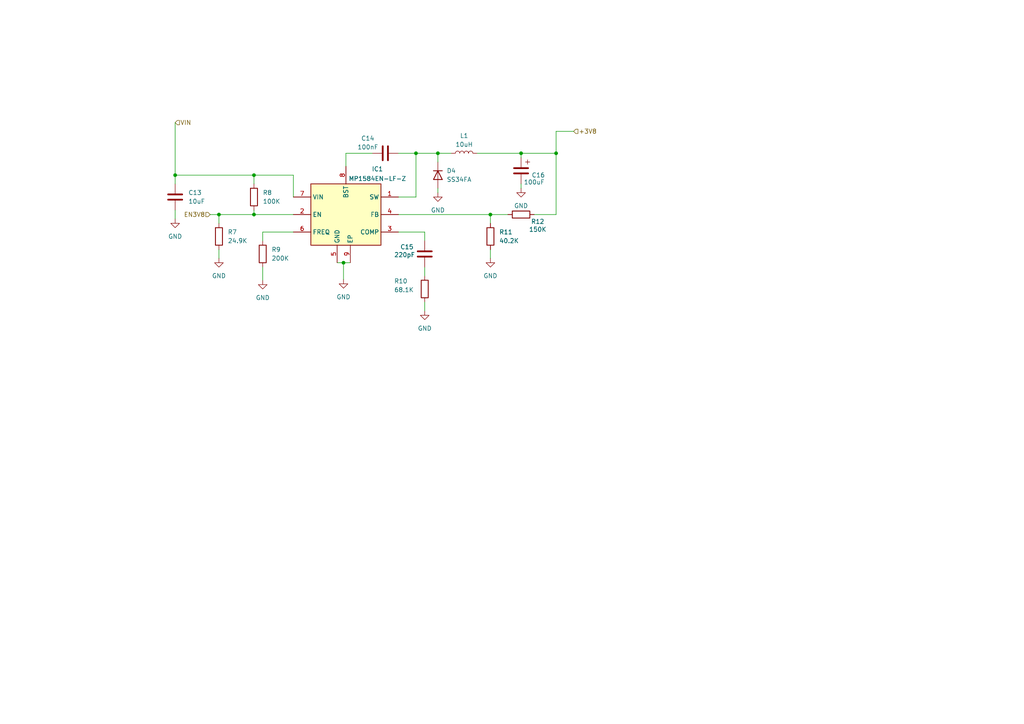
<source format=kicad_sch>
(kicad_sch (version 20250114) (generator "eeschema") (generator_version "9.0")
  (paper "A4")
  (lib_symbols
    (symbol "C_1" (pin_numbers (hide yes)) (pin_names (offset 0.254))
      (property "Reference" "C6" (at 4.318 0.254 0))
      (property "Value" "22uF 6.3V" (at 0.762 -3.302 0))
      (symbol "C_1_0_1"
        (polyline (pts (xy -2.032 0.762) (xy 2.032 0.762)) (stroke (width 0.508)))
        (polyline (pts (xy -2.032 -0.762) (xy 2.032 -0.762)) (stroke (width 0.508)))
        (polyline (pts (xy 1.27 2.54) (xy 2.54 2.54)))
        (polyline (pts (xy 1.8807 3.1826) (xy 1.8807 1.8961)))
      )
      (symbol "C_1_1_1"
        (pin passive line (at 0 3.81 270) (length 2.794) (name "~") (number "1"))
        (pin passive line (at 0 -3.81 90) (length 2.794) (name "~") (number "2"))
      )
    )
    (symbol "Device:C" (pin_numbers (hide yes)) (pin_names (offset 0.254))
      (property "Reference" "C" (at 0.635 2.54 0))
      (property "Value" "C" (at 0.635 -2.54 0))
      (symbol "C_0_1"
        (polyline (pts (xy -2.032 0.762) (xy 2.032 0.762)) (stroke (width 0.508)))
        (polyline (pts (xy -2.032 -0.762) (xy 2.032 -0.762)) (stroke (width 0.508)))
      )
      (symbol "C_1_1"
        (pin passive line (at 0 3.81 270) (length 2.794) (name "~") (number "1"))
        (pin passive line (at 0 -3.81 90) (length 2.794) (name "~") (number "2"))
      )
    )
    (symbol "Device:D" (pin_numbers (hide yes)) (pin_names (offset 1.016) (hide yes))
      (property "Reference" "D1" (at -1.2701 2.54 90))
      (property "Value" "ESDM3051" (at 1.2699 2.54 90))
      (symbol "D_0_1"
        (polyline (pts (xy -1.27 1.27) (xy -1.27 -1.27)) (stroke (width 0.254)))
        (polyline (pts (xy 1.27 1.27) (xy 1.27 -1.27) (xy -1.27 0) (xy 1.27 1.27)) (stroke (width 0.254)))
        (polyline (pts (xy 1.27 0) (xy -1.27 0)))
      )
      (symbol "D_1_1"
        (pin passive line (at -3.81 0 0) (length 2.54) (name "K") (number "1"))
        (pin passive line (at 3.81 0 180) (length 2.54) (name "A") (number "2"))
      )
    )
    (symbol "Device:L" (pin_numbers (hide yes)) (pin_names (offset 1.016) (hide yes))
      (property "Reference" "L" (at -1.27 0 90))
      (property "Value" "L" (at 1.905 0 90))
      (symbol "L_0_1"
        (arc (start 0 2.54) (mid 0.6323 1.905) (end 0 1.27))
        (arc (start 0 1.27) (mid 0.6323 0.635) (end 0 0))
        (arc (start 0 0) (mid 0.6323 -0.635) (end 0 -1.27))
        (arc (start 0 -1.27) (mid 0.6323 -1.905) (end 0 -2.54))
      )
      (symbol "L_1_1"
        (pin passive line (at 0 3.81 270) (length 1.27) (name "1") (number "1"))
        (pin passive line (at 0 -3.81 90) (length 1.27) (name "2") (number "2"))
      )
    )
    (symbol "Device:R" (pin_numbers (hide yes)) (pin_names (offset 0))
      (property "Reference" "R" (at 2.032 0 90))
      (property "Value" "R" (at 0 0 90))
      (symbol "R_0_1"
        (rectangle (start -1.016 -2.54) (end 1.016 2.54) (stroke (width 0.254)))
      )
      (symbol "R_1_1"
        (pin passive line (at 0 3.81 270) (length 1.27) (name "~") (number "1"))
        (pin passive line (at 0 -3.81 90) (length 1.27) (name "~") (number "2"))
      )
    )
    (symbol "MP1584EN:MP1584EN"
      (property "Reference" "IC?" (at 15.24 -5.08 0))
      (property "Value" "MP1584EN" (at 14.732 -7.366 0))
      (symbol "MP1584EN_1_1"
        (rectangle (start 5.08 2.54) (end 25.4 -15.24) (stroke (width 0.254)) (fill (type background)))
        (pin passive line (at 0 -1.27 0) (length 5.08) (name "VIN") (number "7"))
        (pin passive line (at 0 -6.35 0) (length 5.08) (name "EN") (number "2"))
        (pin passive line (at 0 -11.43 0) (length 5.08) (name "FREQ") (number "6"))
        (pin passive line (at 12.7 -20.32 90) (length 5.08) (name "GND") (number "5"))
        (pin passive line (at 15.24 7.62 270) (length 5.08) (name "BST") (number "8"))
        (pin passive line (at 16.51 -20.32 90) (length 5.08) (name "EP") (number "9"))
        (pin passive line (at 30.48 -1.27 180) (length 5.08) (name "SW") (number "1"))
        (pin passive line (at 30.48 -6.35 180) (length 5.08) (name "FB") (number "4"))
        (pin passive line (at 30.48 -11.43 180) (length 5.08) (name "COMP") (number "3"))
      )
    )
    (symbol "power:GND" (power) (pin_names (offset 0))
      (property "Value" "GND" (at 0 -3.81 0))
      (symbol "GND_0_1"
        (polyline (pts (xy 0 0) (xy 0 -1.27) (xy 1.27 -1.27) (xy 0 -2.54) (xy -1.27 -1.27) (xy 0 -1.27)))
      )
      (symbol "GND_1_1"
        (pin power_in line (at 0 0 270) (length 0) (hide yes) (name "GND") (number "1"))
      )
    )
  )
  (junction (at 73.66 62.23))
  (junction (at 120.65 44.45))
  (junction (at 73.66 50.8))
  (junction (at 161.29 44.45))
  (junction (at 99.6292 76.2))
  (junction (at 63.5 62.23))
  (junction (at 50.8 50.8))
  (junction (at 142.24 62.23))
  (junction (at 127 44.45))
  (junction (at 151.13 44.45))
  (wire (pts (xy 120.65 57.15) (xy 115.57 57.15)))
  (wire (pts (xy 73.66 50.8) (xy 85.09 50.8)))
  (wire (pts (xy 99.6292 76.2) (xy 101.6 76.2)))
  (wire (pts (xy 127 54.61) (xy 127 55.88)))
  (wire (pts (xy 50.8 35.56) (xy 50.8 50.8)))
  (wire (pts (xy 151.13 44.45) (xy 138.43 44.45)))
  (wire (pts (xy 127 44.45) (xy 127 46.99)))
  (wire (pts (xy 166.37 38.1) (xy 161.29 38.1)))
  (wire (pts (xy 85.09 57.15) (xy 85.09 50.8)))
  (wire (pts (xy 100.33 48.26) (xy 100.33 44.45)))
  (wire (pts (xy 60.96 62.23) (xy 63.5 62.23)))
  (wire (pts (xy 142.24 62.23) (xy 147.32 62.23)))
  (wire (pts (xy 123.19 69.85) (xy 123.19 67.31)))
  (wire (pts (xy 97.79 76.2) (xy 99.6292 76.2)))
  (wire (pts (xy 99.6292 76.2) (xy 99.6292 81.0556)))
  (wire (pts (xy 130.81 44.45) (xy 127 44.45)))
  (wire (pts (xy 85.09 67.31) (xy 76.2 67.31)))
  (wire (pts (xy 63.5 64.77) (xy 63.5 62.23)))
  (wire (pts (xy 63.5 72.39) (xy 63.5 74.93)))
  (wire (pts (xy 73.66 50.8) (xy 73.66 53.34)))
  (wire (pts (xy 50.8 60.96) (xy 50.8 63.5)))
  (wire (pts (xy 142.24 62.23) (xy 115.57 62.23)))
  (wire (pts (xy 127 44.45) (xy 120.65 44.45)))
  (wire (pts (xy 50.8 50.8) (xy 50.8 53.34)))
  (wire (pts (xy 123.19 77.47) (xy 123.19 80.01)))
  (wire (pts (xy 161.29 44.45) (xy 151.13 44.45)))
  (wire (pts (xy 123.19 67.31) (xy 115.57 67.31)))
  (wire (pts (xy 151.13 44.45) (xy 151.13 45.72)))
  (wire (pts (xy 154.94 62.23) (xy 161.29 62.23)))
  (wire (pts (xy 123.19 87.63) (xy 123.19 90.17)))
  (wire (pts (xy 115.57 44.45) (xy 120.65 44.45)))
  (wire (pts (xy 76.2 77.47) (xy 76.2 81.28)))
  (wire (pts (xy 85.09 62.23) (xy 73.66 62.23)))
  (wire (pts (xy 142.24 72.39) (xy 142.24 74.93)))
  (wire (pts (xy 142.24 64.77) (xy 142.24 62.23)))
  (wire (pts (xy 73.66 62.23) (xy 73.66 60.96)))
  (wire (pts (xy 63.5 62.23) (xy 73.66 62.23)))
  (wire (pts (xy 161.29 62.23) (xy 161.29 44.45)))
  (wire (pts (xy 100.33 44.45) (xy 107.95 44.45)))
  (wire (pts (xy 76.2 67.31) (xy 76.2 69.85)))
  (wire (pts (xy 151.13 53.34) (xy 151.13 54.61)))
  (wire (pts (xy 120.65 44.45) (xy 120.65 57.15)))
  (wire (pts (xy 50.8 50.8) (xy 73.66 50.8)))
  (wire (pts (xy 161.29 38.1) (xy 161.29 44.45)))
  (hierarchical_label "EN3V8" (shape input) (at 60.96 62.23 180))
  (hierarchical_label "VIN" (shape input) (at 50.8 35.56 0))
  (hierarchical_label "+3V8" (shape input) (at 166.37 38.1 0))
  (symbol (lib_name "C_1") (lib_id "Device:C") (at 151.13 49.53 0) (unit 1)
    (property "Reference" "C16" (at 154.178 50.8 0) (effects (justify left)))
    (property "Value" "100uF" (at 151.892 52.832 0) (effects (justify left)))
    (property "Footprint" "Capacitor_SMD:CP_Elec_5x5.4" (effects (hide yes)))
    (property "Description" "100uF 10V 54mA@120Hz ±20% SMD,D5xL5.5mm Aluminum Electrolytic Capacitors - SMD ROHS" (effects (hide yes)))
    (property "MPN" "UWR1A101MCL1GB" (effects (hide yes)))
    (instances (project "GSM_PCBSMAFRAHT" (path "" (reference "C16") (unit 1))) (project "LM1117" (path "" (reference "C?") (unit 1)) (path "" (reference "C?") (unit 1))) (project "IO_Board" (path "" (reference "C6") (unit 1)) (path "" (reference "C6") (unit 1))))
  )
  (symbol (lib_id "Device:R") (at 76.2 73.66 0) (unit 1)
    (property "Reference" "R9" (at 78.74 72.3899 0) (effects (justify left)))
    (property "Value" "200K" (at 78.74 74.9299 0) (effects (justify left)))
    (property "Footprint" "Resistor_SMD:R_0603_1608Metric" (effects (hide yes)))
    (property "Description" "Resistor" (effects (hide yes)))
    (instances (project "GSM_PCBSMAFRAHT" (path "" (reference "R9") (unit 1))) (project "LM1117" (path "" (reference "R?") (unit 1)) (path "" (reference "R?") (unit 1))) (project "IO_Board" (path "" (reference "R19") (unit 1))))
  )
  (symbol (lib_id "power:GND") (at 151.13 54.61 0) (unit 1)
    (property "Reference" "#PWR021" (effects (hide yes)))
    (property "Value" "GND" (at 151.13 59.69 0))
    (property "Description" "Power symbol creates a global label with name \"GND\" , ground" (effects (hide yes)))
    (instances (project "GSM_PCBSMAFRAHT" (path "" (reference "#PWR021") (unit 1))) (project "LM1117" (path "" (reference "#PWR023") (unit 1)) (path "" (reference "#PWR049") (unit 1))) (project "IO_Board" (path "" (reference "#PWR031") (unit 1))))
  )
  (symbol (lib_id "Device:R") (at 63.5 68.58 0) (unit 1)
    (property "Reference" "R7" (at 66.04 67.3099 0) (effects (justify left)))
    (property "Value" "24.9K" (at 66.04 69.8499 0) (effects (justify left)))
    (property "Footprint" "Resistor_SMD:R_0603_1608Metric" (effects (hide yes)))
    (property "Description" "Resistor" (effects (hide yes)))
    (instances (project "GSM_PCBSMAFRAHT" (path "" (reference "R7") (unit 1))) (project "LM1117" (path "" (reference "R?") (unit 1)) (path "" (reference "R?") (unit 1))) (project "IO_Board" (path "" (reference "R17") (unit 1))))
  )
  (symbol (lib_id "Device:R") (at 123.19 83.82 0) (unit 1)
    (property "Reference" "R10" (at 114.3 81.534 0) (effects (justify left)))
    (property "Value" "68.1K" (at 114.3 84.074 0) (effects (justify left)))
    (property "Footprint" "Resistor_SMD:R_0603_1608Metric" (effects (hide yes)))
    (property "Description" "Resistor" (effects (hide yes)))
    (instances (project "GSM_PCBSMAFRAHT" (path "" (reference "R10") (unit 1))) (project "LM1117" (path "" (reference "R?") (unit 1)) (path "" (reference "R?") (unit 1))) (project "IO_Board" (path "" (reference "R20") (unit 1))))
  )
  (symbol (lib_id "power:GND") (at 127 55.88 0) (unit 1)
    (property "Reference" "#PWR019" (effects (hide yes)))
    (property "Value" "GND" (at 127 60.96 0))
    (property "Description" "Power symbol creates a global label with name \"GND\" , ground" (effects (hide yes)))
    (instances (project "GSM_PCBSMAFRAHT" (path "" (reference "#PWR019") (unit 1))) (project "LM1117" (path "" (reference "#PWR015") (unit 1)) (path "" (reference "#PWR045") (unit 1))) (project "IO_Board" (path "" (reference "#PWR029") (unit 1))))
  )
  (symbol (lib_id "MP1584EN:MP1584EN") (at 85.09 55.88 0) (unit 1)
    (property "Reference" "IC1" (at 109.474 49.022 0))
    (property "Value" "MP1584EN-LF-Z" (at 109.474 51.816 0))
    (property "Footprint" "Library:MP1584EN-LF-Z" (effects (hide yes)))
    (property "Description" "Switching Voltage Regulators 3A 1.5MHz 28V Nonsync Buck" (effects (hide yes)))
    (property "Height" "1.7" (effects (hide yes)))
    (property "Manufacturer_Name" "Monolithic Power Systems (MPS)" (effects (hide yes)))
    (property "Manufacturer_Part_Number" "MP1584EN" (effects (hide yes)))
    (property "MPN" "MP1584EN-LF-Z " (effects (hide yes)))
    (instances (project "GSM_PCBSMAFRAHT" (path "" (reference "IC1") (unit 1))) (project "LM1117" (path "" (reference "IC?") (unit 1)) (path "" (reference "IC?") (unit 1))) (project "IO_Board" (path "" (reference "IC1") (unit 1))))
  )
  (symbol (lib_id "power:GND") (at 63.5 74.93 0) (unit 1)
    (property "Reference" "#PWR015" (effects (hide yes)))
    (property "Value" "GND" (at 63.5 80.01 0))
    (property "Description" "Power symbol creates a global label with name \"GND\" , ground" (effects (hide yes)))
    (instances (project "GSM_PCBSMAFRAHT" (path "" (reference "#PWR015") (unit 1))) (project "LM1117" (path "" (reference "#PWR020") (unit 1)) (path "" (reference "#PWR039") (unit 1))) (project "IO_Board" (path "" (reference "#PWR025") (unit 1))))
  )
  (symbol (lib_id "power:GND") (at 142.24 74.93 0) (unit 1)
    (property "Reference" "#PWR020" (effects (hide yes)))
    (property "Value" "GND" (at 142.24 80.01 0))
    (property "Description" "Power symbol creates a global label with name \"GND\" , ground" (effects (hide yes)))
    (instances (project "GSM_PCBSMAFRAHT" (path "" (reference "#PWR020") (unit 1))) (project "LM1117" (path "" (reference "#PWR016") (unit 1)) (path "" (reference "#PWR047") (unit 1))) (project "IO_Board" (path "" (reference "#PWR030") (unit 1))))
  )
  (symbol (lib_id "power:GND") (at 123.19 90.17 0) (unit 1)
    (property "Reference" "#PWR018" (effects (hide yes)))
    (property "Value" "GND" (at 123.19 95.25 0))
    (property "Description" "Power symbol creates a global label with name \"GND\" , ground" (effects (hide yes)))
    (instances (project "GSM_PCBSMAFRAHT" (path "" (reference "#PWR018") (unit 1))) (project "LM1117" (path "" (reference "#PWR018") (unit 1)) (path "" (reference "#PWR044") (unit 1))) (project "IO_Board" (path "" (reference "#PWR028") (unit 1))))
  )
  (symbol (lib_id "Device:R") (at 142.24 68.58 0) (unit 1)
    (property "Reference" "R11" (at 144.78 67.3099 0) (effects (justify left)))
    (property "Value" "40.2K" (at 144.78 69.8499 0) (effects (justify left)))
    (property "Footprint" "Resistor_SMD:R_0603_1608Metric" (effects (hide yes)))
    (property "Description" "Resistor" (effects (hide yes)))
    (instances (project "GSM_PCBSMAFRAHT" (path "" (reference "R11") (unit 1))) (project "LM1117" (path "" (reference "R?") (unit 1)) (path "" (reference "R?") (unit 1))) (project "IO_Board" (path "" (reference "R21") (unit 1))))
  )
  (symbol (lib_id "power:GND") (at 50.8 63.5 0) (unit 1)
    (property "Reference" "#PWR014" (effects (hide yes)))
    (property "Value" "GND" (at 50.8 68.58 0))
    (property "Description" "Power symbol creates a global label with name \"GND\" , ground" (effects (hide yes)))
    (instances (project "GSM_PCBSMAFRAHT" (path "" (reference "#PWR014") (unit 1))) (project "LM1117" (path "" (reference "#PWR019") (unit 1)) (path "" (reference "#PWR038") (unit 1))) (project "IO_Board" (path "" (reference "#PWR024") (unit 1))))
  )
  (symbol (lib_id "Device:L") (at 134.62 44.45 90) (unit 1)
    (property "Reference" "L1" (at 134.62 39.37 90))
    (property "Value" "10uH" (at 134.62 41.91 90))
    (property "Footprint" "Inductor_SMD:L_7.3x7.3_H3.5" (effects (hide yes)))
    (property "Description" "1.84A 10uH ±20% SMD Power Inductors ROHS" (effects (hide yes)))
    (property "MPN" "CDRH74NP-100MC-B" (effects (hide yes)))
    (instances (project "GSM_PCBSMAFRAHT" (path "" (reference "L1") (unit 1))) (project "LM1117" (path "" (reference "L?") (unit 1)) (path "" (reference "L?") (unit 1))) (project "IO_Board" (path "" (reference "L1") (unit 1))))
  )
  (symbol (lib_id "power:GND") (at 99.6292 81.0556 0) (unit 1)
    (property "Reference" "#PWR017" (effects (hide yes)))
    (property "Value" "GND" (at 99.6292 86.1356 0))
    (property "Description" "Power symbol creates a global label with name \"GND\" , ground" (effects (hide yes)))
    (instances (project "GSM_PCBSMAFRAHT" (path "" (reference "#PWR017") (unit 1))) (project "LM1117" (path "" (reference "#PWR017") (unit 1)) (path "" (reference "#PWR043") (unit 1))) (project "IO_Board" (path "" (reference "#PWR027") (unit 1))))
  )
  (symbol (lib_id "Device:R") (at 73.66 57.15 0) (unit 1)
    (property "Reference" "R8" (at 76.2 55.8799 0) (effects (justify left)))
    (property "Value" "100K" (at 76.2 58.4199 0) (effects (justify left)))
    (property "Footprint" "Resistor_SMD:R_0603_1608Metric" (effects (hide yes)))
    (property "Description" "Resistor" (effects (hide yes)))
    (instances (project "GSM_PCBSMAFRAHT" (path "" (reference "R8") (unit 1))) (project "LM1117" (path "" (reference "R?") (unit 1)) (path "" (reference "R?") (unit 1))) (project "IO_Board" (path "" (reference "R18") (unit 1))))
  )
  (symbol (lib_id "Device:R") (at 151.13 62.23 90) (unit 1)
    (property "Reference" "R12" (at 155.956 64.262 90))
    (property "Value" "150K" (at 155.956 66.548 90))
    (property "Footprint" "Resistor_SMD:R_0603_1608Metric" (effects (hide yes)))
    (property "Description" "Resistor" (effects (hide yes)))
    (instances (project "GSM_PCBSMAFRAHT" (path "" (reference "R12") (unit 1))) (project "LM1117" (path "" (reference "R?") (unit 1)) (path "" (reference "R?") (unit 1))) (project "IO_Board" (path "" (reference "R22") (unit 1))))
  )
  (symbol (lib_id "Device:C") (at 123.19 73.66 0) (unit 1)
    (property "Reference" "C15" (at 116.078 71.628 0) (effects (justify left)))
    (property "Value" "220pF" (at 114.3 73.914 0) (effects (justify left)))
    (property "Footprint" "Capacitor_SMD:C_0603_1608Metric" (effects (hide yes)))
    (property "Description" "Unpolarized capacitor" (effects (hide yes)))
    (instances (project "GSM_PCBSMAFRAHT" (path "" (reference "C15") (unit 1))) (project "LM1117" (path "" (reference "C?") (unit 1)) (path "" (reference "C?") (unit 1))) (project "IO_Board" (path "" (reference "C4") (unit 1))))
  )
  (symbol (lib_id "Device:C") (at 111.76 44.45 90) (unit 1)
    (property "Reference" "C14" (at 106.68 40.132 90))
    (property "Value" "100nF" (at 106.68 42.672 90))
    (property "Footprint" "Capacitor_SMD:C_0603_1608Metric" (effects (hide yes)))
    (property "Description" "Unpolarized capacitor" (effects (hide yes)))
    (instances (project "GSM_PCBSMAFRAHT" (path "" (reference "C14") (unit 1))) (project "LM1117" (path "" (reference "C?") (unit 1)) (path "" (reference "C?") (unit 1))) (project "IO_Board" (path "" (reference "C3") (unit 1))))
  )
  (symbol (lib_id "Device:D") (at 127 50.8 270) (unit 1)
    (property "Reference" "D4" (at 129.54 49.5299 90) (effects (justify left)))
    (property "Value" "SS34FA" (at 129.54 52.0699 90) (effects (justify left)))
    (property "Footprint" "Library:SS4FA" (effects (hide yes)))
    (property "Description" "40V Single 3A 0.5V@3A SOD-123FL Schottky Barrier Diodes (SBD) ROHS" (effects (hide yes)))
    (property "Sim.Device" "D" (effects (hide yes)))
    (property "Sim.Pins" "1=K 2=A" (effects (hide yes)))
    (property "MPN" "SS34FA" (effects (hide yes)))
    (instances (project "GSM_PCBSMAFRAHT" (path "" (reference "D4") (unit 1))) (project "LM1117" (path "" (reference "D?") (unit 1)) (path "" (reference "D?") (unit 1))) (project "IO_Board" (path "" (reference "D1") (unit 1))))
  )
  (symbol (lib_id "power:GND") (at 76.2 81.28 0) (unit 1)
    (property "Reference" "#PWR016" (effects (hide yes)))
    (property "Value" "GND" (at 76.2 86.36 0))
    (property "Description" "Power symbol creates a global label with name \"GND\" , ground" (effects (hide yes)))
    (instances (project "GSM_PCBSMAFRAHT" (path "" (reference "#PWR016") (unit 1))) (project "LM1117" (path "" (reference "#PWR022") (unit 1)) (path "" (reference "#PWR040") (unit 1))) (project "IO_Board" (path "" (reference "#PWR026") (unit 1))))
  )
  (symbol (lib_id "Device:C") (at 50.8 57.15 0) (unit 1)
    (property "Reference" "C13" (at 54.61 55.8799 0) (effects (justify left)))
    (property "Value" "10uF" (at 54.61 58.4199 0) (effects (justify left)))
    (property "Footprint" "Capacitor_SMD:C_1206_3216Metric" (effects (hide yes)))
    (property "Description" "Unpolarized capacitor" (effects (hide yes)))
    (instances (project "GSM_PCBSMAFRAHT" (path "" (reference "C13") (unit 1))) (project "LM1117" (path "" (reference "C?") (unit 1)) (path "" (reference "C?") (unit 1))) (project "IO_Board" (path "" (reference "C1") (unit 1))))
  )
)
</source>
